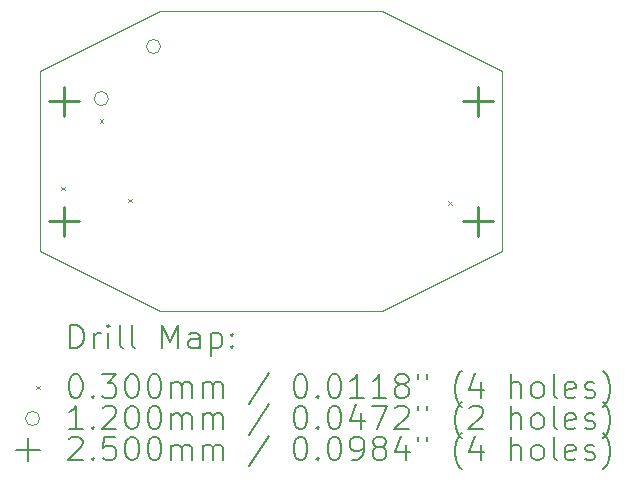
<source format=gbr>
%FSLAX45Y45*%
G04 Gerber Fmt 4.5, Leading zero omitted, Abs format (unit mm)*
G04 Created by KiCad (PCBNEW (6.0.0)) date 2022-05-29 15:36:29*
%MOMM*%
%LPD*%
G01*
G04 APERTURE LIST*
%TA.AperFunction,Profile*%
%ADD10C,0.038100*%
%TD*%
%ADD11C,0.200000*%
%ADD12C,0.030000*%
%ADD13C,0.120000*%
%ADD14C,0.250000*%
G04 APERTURE END LIST*
D10*
X3632200Y-5384800D02*
X3632200Y-3860800D01*
X6527800Y-5892800D02*
X4648200Y-5892800D01*
X4648200Y-5892800D02*
X3632200Y-5384800D01*
X7543800Y-5384800D02*
X6527800Y-5892800D01*
X3632200Y-3860800D02*
X4648200Y-3352800D01*
X4648200Y-3352800D02*
X6527800Y-3352800D01*
X7543800Y-3860800D02*
X7543800Y-5384800D01*
X6527800Y-3352800D02*
X7543800Y-3860800D01*
D11*
D12*
X3810240Y-4836400D02*
X3840240Y-4866400D01*
X3840240Y-4836400D02*
X3810240Y-4866400D01*
X4137900Y-4264900D02*
X4167900Y-4294900D01*
X4167900Y-4264900D02*
X4137900Y-4294900D01*
X4379200Y-4938000D02*
X4409200Y-4968000D01*
X4409200Y-4938000D02*
X4379200Y-4968000D01*
X7089380Y-4958320D02*
X7119380Y-4988320D01*
X7119380Y-4958320D02*
X7089380Y-4988320D01*
D13*
X4211690Y-4090610D02*
G75*
G03*
X4211690Y-4090610I-60000J0D01*
G01*
X4653632Y-3648668D02*
G75*
G03*
X4653632Y-3648668I-60000J0D01*
G01*
D14*
X3835400Y-3989800D02*
X3835400Y-4239800D01*
X3710400Y-4114800D02*
X3960400Y-4114800D01*
X3835400Y-5005800D02*
X3835400Y-5255800D01*
X3710400Y-5130800D02*
X3960400Y-5130800D01*
X7340600Y-3989800D02*
X7340600Y-4239800D01*
X7215600Y-4114800D02*
X7465600Y-4114800D01*
X7340600Y-5005800D02*
X7340600Y-5255800D01*
X7215600Y-5130800D02*
X7465600Y-5130800D01*
D11*
X3887914Y-6205181D02*
X3887914Y-6005181D01*
X3935533Y-6005181D01*
X3964104Y-6014705D01*
X3983152Y-6033753D01*
X3992676Y-6052800D01*
X4002200Y-6090895D01*
X4002200Y-6119467D01*
X3992676Y-6157562D01*
X3983152Y-6176610D01*
X3964104Y-6195657D01*
X3935533Y-6205181D01*
X3887914Y-6205181D01*
X4087914Y-6205181D02*
X4087914Y-6071848D01*
X4087914Y-6109943D02*
X4097438Y-6090895D01*
X4106962Y-6081372D01*
X4126009Y-6071848D01*
X4145057Y-6071848D01*
X4211724Y-6205181D02*
X4211724Y-6071848D01*
X4211724Y-6005181D02*
X4202200Y-6014705D01*
X4211724Y-6024229D01*
X4221247Y-6014705D01*
X4211724Y-6005181D01*
X4211724Y-6024229D01*
X4335533Y-6205181D02*
X4316485Y-6195657D01*
X4306962Y-6176610D01*
X4306962Y-6005181D01*
X4440295Y-6205181D02*
X4421247Y-6195657D01*
X4411724Y-6176610D01*
X4411724Y-6005181D01*
X4668866Y-6205181D02*
X4668866Y-6005181D01*
X4735533Y-6148038D01*
X4802200Y-6005181D01*
X4802200Y-6205181D01*
X4983152Y-6205181D02*
X4983152Y-6100419D01*
X4973628Y-6081372D01*
X4954581Y-6071848D01*
X4916485Y-6071848D01*
X4897438Y-6081372D01*
X4983152Y-6195657D02*
X4964105Y-6205181D01*
X4916485Y-6205181D01*
X4897438Y-6195657D01*
X4887914Y-6176610D01*
X4887914Y-6157562D01*
X4897438Y-6138514D01*
X4916485Y-6128991D01*
X4964105Y-6128991D01*
X4983152Y-6119467D01*
X5078390Y-6071848D02*
X5078390Y-6271848D01*
X5078390Y-6081372D02*
X5097438Y-6071848D01*
X5135533Y-6071848D01*
X5154581Y-6081372D01*
X5164105Y-6090895D01*
X5173628Y-6109943D01*
X5173628Y-6167086D01*
X5164105Y-6186133D01*
X5154581Y-6195657D01*
X5135533Y-6205181D01*
X5097438Y-6205181D01*
X5078390Y-6195657D01*
X5259343Y-6186133D02*
X5268866Y-6195657D01*
X5259343Y-6205181D01*
X5249819Y-6195657D01*
X5259343Y-6186133D01*
X5259343Y-6205181D01*
X5259343Y-6081372D02*
X5268866Y-6090895D01*
X5259343Y-6100419D01*
X5249819Y-6090895D01*
X5259343Y-6081372D01*
X5259343Y-6100419D01*
D12*
X3600295Y-6519705D02*
X3630295Y-6549705D01*
X3630295Y-6519705D02*
X3600295Y-6549705D01*
D11*
X3926009Y-6425181D02*
X3945057Y-6425181D01*
X3964104Y-6434705D01*
X3973628Y-6444229D01*
X3983152Y-6463276D01*
X3992676Y-6501372D01*
X3992676Y-6548991D01*
X3983152Y-6587086D01*
X3973628Y-6606133D01*
X3964104Y-6615657D01*
X3945057Y-6625181D01*
X3926009Y-6625181D01*
X3906962Y-6615657D01*
X3897438Y-6606133D01*
X3887914Y-6587086D01*
X3878390Y-6548991D01*
X3878390Y-6501372D01*
X3887914Y-6463276D01*
X3897438Y-6444229D01*
X3906962Y-6434705D01*
X3926009Y-6425181D01*
X4078390Y-6606133D02*
X4087914Y-6615657D01*
X4078390Y-6625181D01*
X4068866Y-6615657D01*
X4078390Y-6606133D01*
X4078390Y-6625181D01*
X4154581Y-6425181D02*
X4278390Y-6425181D01*
X4211724Y-6501372D01*
X4240295Y-6501372D01*
X4259343Y-6510895D01*
X4268866Y-6520419D01*
X4278390Y-6539467D01*
X4278390Y-6587086D01*
X4268866Y-6606133D01*
X4259343Y-6615657D01*
X4240295Y-6625181D01*
X4183152Y-6625181D01*
X4164104Y-6615657D01*
X4154581Y-6606133D01*
X4402200Y-6425181D02*
X4421247Y-6425181D01*
X4440295Y-6434705D01*
X4449819Y-6444229D01*
X4459343Y-6463276D01*
X4468866Y-6501372D01*
X4468866Y-6548991D01*
X4459343Y-6587086D01*
X4449819Y-6606133D01*
X4440295Y-6615657D01*
X4421247Y-6625181D01*
X4402200Y-6625181D01*
X4383152Y-6615657D01*
X4373628Y-6606133D01*
X4364105Y-6587086D01*
X4354581Y-6548991D01*
X4354581Y-6501372D01*
X4364105Y-6463276D01*
X4373628Y-6444229D01*
X4383152Y-6434705D01*
X4402200Y-6425181D01*
X4592676Y-6425181D02*
X4611724Y-6425181D01*
X4630771Y-6434705D01*
X4640295Y-6444229D01*
X4649819Y-6463276D01*
X4659343Y-6501372D01*
X4659343Y-6548991D01*
X4649819Y-6587086D01*
X4640295Y-6606133D01*
X4630771Y-6615657D01*
X4611724Y-6625181D01*
X4592676Y-6625181D01*
X4573628Y-6615657D01*
X4564105Y-6606133D01*
X4554581Y-6587086D01*
X4545057Y-6548991D01*
X4545057Y-6501372D01*
X4554581Y-6463276D01*
X4564105Y-6444229D01*
X4573628Y-6434705D01*
X4592676Y-6425181D01*
X4745057Y-6625181D02*
X4745057Y-6491848D01*
X4745057Y-6510895D02*
X4754581Y-6501372D01*
X4773628Y-6491848D01*
X4802200Y-6491848D01*
X4821247Y-6501372D01*
X4830771Y-6520419D01*
X4830771Y-6625181D01*
X4830771Y-6520419D02*
X4840295Y-6501372D01*
X4859343Y-6491848D01*
X4887914Y-6491848D01*
X4906962Y-6501372D01*
X4916485Y-6520419D01*
X4916485Y-6625181D01*
X5011724Y-6625181D02*
X5011724Y-6491848D01*
X5011724Y-6510895D02*
X5021247Y-6501372D01*
X5040295Y-6491848D01*
X5068866Y-6491848D01*
X5087914Y-6501372D01*
X5097438Y-6520419D01*
X5097438Y-6625181D01*
X5097438Y-6520419D02*
X5106962Y-6501372D01*
X5126009Y-6491848D01*
X5154581Y-6491848D01*
X5173628Y-6501372D01*
X5183152Y-6520419D01*
X5183152Y-6625181D01*
X5573628Y-6415657D02*
X5402200Y-6672800D01*
X5830771Y-6425181D02*
X5849819Y-6425181D01*
X5868866Y-6434705D01*
X5878390Y-6444229D01*
X5887914Y-6463276D01*
X5897438Y-6501372D01*
X5897438Y-6548991D01*
X5887914Y-6587086D01*
X5878390Y-6606133D01*
X5868866Y-6615657D01*
X5849819Y-6625181D01*
X5830771Y-6625181D01*
X5811723Y-6615657D01*
X5802200Y-6606133D01*
X5792676Y-6587086D01*
X5783152Y-6548991D01*
X5783152Y-6501372D01*
X5792676Y-6463276D01*
X5802200Y-6444229D01*
X5811723Y-6434705D01*
X5830771Y-6425181D01*
X5983152Y-6606133D02*
X5992676Y-6615657D01*
X5983152Y-6625181D01*
X5973628Y-6615657D01*
X5983152Y-6606133D01*
X5983152Y-6625181D01*
X6116485Y-6425181D02*
X6135533Y-6425181D01*
X6154581Y-6434705D01*
X6164104Y-6444229D01*
X6173628Y-6463276D01*
X6183152Y-6501372D01*
X6183152Y-6548991D01*
X6173628Y-6587086D01*
X6164104Y-6606133D01*
X6154581Y-6615657D01*
X6135533Y-6625181D01*
X6116485Y-6625181D01*
X6097438Y-6615657D01*
X6087914Y-6606133D01*
X6078390Y-6587086D01*
X6068866Y-6548991D01*
X6068866Y-6501372D01*
X6078390Y-6463276D01*
X6087914Y-6444229D01*
X6097438Y-6434705D01*
X6116485Y-6425181D01*
X6373628Y-6625181D02*
X6259343Y-6625181D01*
X6316485Y-6625181D02*
X6316485Y-6425181D01*
X6297438Y-6453753D01*
X6278390Y-6472800D01*
X6259343Y-6482324D01*
X6564104Y-6625181D02*
X6449819Y-6625181D01*
X6506962Y-6625181D02*
X6506962Y-6425181D01*
X6487914Y-6453753D01*
X6468866Y-6472800D01*
X6449819Y-6482324D01*
X6678390Y-6510895D02*
X6659343Y-6501372D01*
X6649819Y-6491848D01*
X6640295Y-6472800D01*
X6640295Y-6463276D01*
X6649819Y-6444229D01*
X6659343Y-6434705D01*
X6678390Y-6425181D01*
X6716485Y-6425181D01*
X6735533Y-6434705D01*
X6745057Y-6444229D01*
X6754581Y-6463276D01*
X6754581Y-6472800D01*
X6745057Y-6491848D01*
X6735533Y-6501372D01*
X6716485Y-6510895D01*
X6678390Y-6510895D01*
X6659343Y-6520419D01*
X6649819Y-6529943D01*
X6640295Y-6548991D01*
X6640295Y-6587086D01*
X6649819Y-6606133D01*
X6659343Y-6615657D01*
X6678390Y-6625181D01*
X6716485Y-6625181D01*
X6735533Y-6615657D01*
X6745057Y-6606133D01*
X6754581Y-6587086D01*
X6754581Y-6548991D01*
X6745057Y-6529943D01*
X6735533Y-6520419D01*
X6716485Y-6510895D01*
X6830771Y-6425181D02*
X6830771Y-6463276D01*
X6906962Y-6425181D02*
X6906962Y-6463276D01*
X7202200Y-6701372D02*
X7192676Y-6691848D01*
X7173628Y-6663276D01*
X7164104Y-6644229D01*
X7154581Y-6615657D01*
X7145057Y-6568038D01*
X7145057Y-6529943D01*
X7154581Y-6482324D01*
X7164104Y-6453753D01*
X7173628Y-6434705D01*
X7192676Y-6406133D01*
X7202200Y-6396610D01*
X7364104Y-6491848D02*
X7364104Y-6625181D01*
X7316485Y-6415657D02*
X7268866Y-6558514D01*
X7392676Y-6558514D01*
X7621247Y-6625181D02*
X7621247Y-6425181D01*
X7706962Y-6625181D02*
X7706962Y-6520419D01*
X7697438Y-6501372D01*
X7678390Y-6491848D01*
X7649819Y-6491848D01*
X7630771Y-6501372D01*
X7621247Y-6510895D01*
X7830771Y-6625181D02*
X7811723Y-6615657D01*
X7802200Y-6606133D01*
X7792676Y-6587086D01*
X7792676Y-6529943D01*
X7802200Y-6510895D01*
X7811723Y-6501372D01*
X7830771Y-6491848D01*
X7859343Y-6491848D01*
X7878390Y-6501372D01*
X7887914Y-6510895D01*
X7897438Y-6529943D01*
X7897438Y-6587086D01*
X7887914Y-6606133D01*
X7878390Y-6615657D01*
X7859343Y-6625181D01*
X7830771Y-6625181D01*
X8011723Y-6625181D02*
X7992676Y-6615657D01*
X7983152Y-6596610D01*
X7983152Y-6425181D01*
X8164104Y-6615657D02*
X8145057Y-6625181D01*
X8106962Y-6625181D01*
X8087914Y-6615657D01*
X8078390Y-6596610D01*
X8078390Y-6520419D01*
X8087914Y-6501372D01*
X8106962Y-6491848D01*
X8145057Y-6491848D01*
X8164104Y-6501372D01*
X8173628Y-6520419D01*
X8173628Y-6539467D01*
X8078390Y-6558514D01*
X8249819Y-6615657D02*
X8268866Y-6625181D01*
X8306962Y-6625181D01*
X8326009Y-6615657D01*
X8335533Y-6596610D01*
X8335533Y-6587086D01*
X8326009Y-6568038D01*
X8306962Y-6558514D01*
X8278390Y-6558514D01*
X8259343Y-6548991D01*
X8249819Y-6529943D01*
X8249819Y-6520419D01*
X8259343Y-6501372D01*
X8278390Y-6491848D01*
X8306962Y-6491848D01*
X8326009Y-6501372D01*
X8402200Y-6701372D02*
X8411724Y-6691848D01*
X8430771Y-6663276D01*
X8440295Y-6644229D01*
X8449819Y-6615657D01*
X8459343Y-6568038D01*
X8459343Y-6529943D01*
X8449819Y-6482324D01*
X8440295Y-6453753D01*
X8430771Y-6434705D01*
X8411724Y-6406133D01*
X8402200Y-6396610D01*
D13*
X3630295Y-6798705D02*
G75*
G03*
X3630295Y-6798705I-60000J0D01*
G01*
D11*
X3992676Y-6889181D02*
X3878390Y-6889181D01*
X3935533Y-6889181D02*
X3935533Y-6689181D01*
X3916485Y-6717753D01*
X3897438Y-6736800D01*
X3878390Y-6746324D01*
X4078390Y-6870133D02*
X4087914Y-6879657D01*
X4078390Y-6889181D01*
X4068866Y-6879657D01*
X4078390Y-6870133D01*
X4078390Y-6889181D01*
X4164104Y-6708229D02*
X4173628Y-6698705D01*
X4192676Y-6689181D01*
X4240295Y-6689181D01*
X4259343Y-6698705D01*
X4268866Y-6708229D01*
X4278390Y-6727276D01*
X4278390Y-6746324D01*
X4268866Y-6774895D01*
X4154581Y-6889181D01*
X4278390Y-6889181D01*
X4402200Y-6689181D02*
X4421247Y-6689181D01*
X4440295Y-6698705D01*
X4449819Y-6708229D01*
X4459343Y-6727276D01*
X4468866Y-6765372D01*
X4468866Y-6812991D01*
X4459343Y-6851086D01*
X4449819Y-6870133D01*
X4440295Y-6879657D01*
X4421247Y-6889181D01*
X4402200Y-6889181D01*
X4383152Y-6879657D01*
X4373628Y-6870133D01*
X4364105Y-6851086D01*
X4354581Y-6812991D01*
X4354581Y-6765372D01*
X4364105Y-6727276D01*
X4373628Y-6708229D01*
X4383152Y-6698705D01*
X4402200Y-6689181D01*
X4592676Y-6689181D02*
X4611724Y-6689181D01*
X4630771Y-6698705D01*
X4640295Y-6708229D01*
X4649819Y-6727276D01*
X4659343Y-6765372D01*
X4659343Y-6812991D01*
X4649819Y-6851086D01*
X4640295Y-6870133D01*
X4630771Y-6879657D01*
X4611724Y-6889181D01*
X4592676Y-6889181D01*
X4573628Y-6879657D01*
X4564105Y-6870133D01*
X4554581Y-6851086D01*
X4545057Y-6812991D01*
X4545057Y-6765372D01*
X4554581Y-6727276D01*
X4564105Y-6708229D01*
X4573628Y-6698705D01*
X4592676Y-6689181D01*
X4745057Y-6889181D02*
X4745057Y-6755848D01*
X4745057Y-6774895D02*
X4754581Y-6765372D01*
X4773628Y-6755848D01*
X4802200Y-6755848D01*
X4821247Y-6765372D01*
X4830771Y-6784419D01*
X4830771Y-6889181D01*
X4830771Y-6784419D02*
X4840295Y-6765372D01*
X4859343Y-6755848D01*
X4887914Y-6755848D01*
X4906962Y-6765372D01*
X4916485Y-6784419D01*
X4916485Y-6889181D01*
X5011724Y-6889181D02*
X5011724Y-6755848D01*
X5011724Y-6774895D02*
X5021247Y-6765372D01*
X5040295Y-6755848D01*
X5068866Y-6755848D01*
X5087914Y-6765372D01*
X5097438Y-6784419D01*
X5097438Y-6889181D01*
X5097438Y-6784419D02*
X5106962Y-6765372D01*
X5126009Y-6755848D01*
X5154581Y-6755848D01*
X5173628Y-6765372D01*
X5183152Y-6784419D01*
X5183152Y-6889181D01*
X5573628Y-6679657D02*
X5402200Y-6936800D01*
X5830771Y-6689181D02*
X5849819Y-6689181D01*
X5868866Y-6698705D01*
X5878390Y-6708229D01*
X5887914Y-6727276D01*
X5897438Y-6765372D01*
X5897438Y-6812991D01*
X5887914Y-6851086D01*
X5878390Y-6870133D01*
X5868866Y-6879657D01*
X5849819Y-6889181D01*
X5830771Y-6889181D01*
X5811723Y-6879657D01*
X5802200Y-6870133D01*
X5792676Y-6851086D01*
X5783152Y-6812991D01*
X5783152Y-6765372D01*
X5792676Y-6727276D01*
X5802200Y-6708229D01*
X5811723Y-6698705D01*
X5830771Y-6689181D01*
X5983152Y-6870133D02*
X5992676Y-6879657D01*
X5983152Y-6889181D01*
X5973628Y-6879657D01*
X5983152Y-6870133D01*
X5983152Y-6889181D01*
X6116485Y-6689181D02*
X6135533Y-6689181D01*
X6154581Y-6698705D01*
X6164104Y-6708229D01*
X6173628Y-6727276D01*
X6183152Y-6765372D01*
X6183152Y-6812991D01*
X6173628Y-6851086D01*
X6164104Y-6870133D01*
X6154581Y-6879657D01*
X6135533Y-6889181D01*
X6116485Y-6889181D01*
X6097438Y-6879657D01*
X6087914Y-6870133D01*
X6078390Y-6851086D01*
X6068866Y-6812991D01*
X6068866Y-6765372D01*
X6078390Y-6727276D01*
X6087914Y-6708229D01*
X6097438Y-6698705D01*
X6116485Y-6689181D01*
X6354581Y-6755848D02*
X6354581Y-6889181D01*
X6306962Y-6679657D02*
X6259343Y-6822514D01*
X6383152Y-6822514D01*
X6440295Y-6689181D02*
X6573628Y-6689181D01*
X6487914Y-6889181D01*
X6640295Y-6708229D02*
X6649819Y-6698705D01*
X6668866Y-6689181D01*
X6716485Y-6689181D01*
X6735533Y-6698705D01*
X6745057Y-6708229D01*
X6754581Y-6727276D01*
X6754581Y-6746324D01*
X6745057Y-6774895D01*
X6630771Y-6889181D01*
X6754581Y-6889181D01*
X6830771Y-6689181D02*
X6830771Y-6727276D01*
X6906962Y-6689181D02*
X6906962Y-6727276D01*
X7202200Y-6965372D02*
X7192676Y-6955848D01*
X7173628Y-6927276D01*
X7164104Y-6908229D01*
X7154581Y-6879657D01*
X7145057Y-6832038D01*
X7145057Y-6793943D01*
X7154581Y-6746324D01*
X7164104Y-6717753D01*
X7173628Y-6698705D01*
X7192676Y-6670133D01*
X7202200Y-6660610D01*
X7268866Y-6708229D02*
X7278390Y-6698705D01*
X7297438Y-6689181D01*
X7345057Y-6689181D01*
X7364104Y-6698705D01*
X7373628Y-6708229D01*
X7383152Y-6727276D01*
X7383152Y-6746324D01*
X7373628Y-6774895D01*
X7259343Y-6889181D01*
X7383152Y-6889181D01*
X7621247Y-6889181D02*
X7621247Y-6689181D01*
X7706962Y-6889181D02*
X7706962Y-6784419D01*
X7697438Y-6765372D01*
X7678390Y-6755848D01*
X7649819Y-6755848D01*
X7630771Y-6765372D01*
X7621247Y-6774895D01*
X7830771Y-6889181D02*
X7811723Y-6879657D01*
X7802200Y-6870133D01*
X7792676Y-6851086D01*
X7792676Y-6793943D01*
X7802200Y-6774895D01*
X7811723Y-6765372D01*
X7830771Y-6755848D01*
X7859343Y-6755848D01*
X7878390Y-6765372D01*
X7887914Y-6774895D01*
X7897438Y-6793943D01*
X7897438Y-6851086D01*
X7887914Y-6870133D01*
X7878390Y-6879657D01*
X7859343Y-6889181D01*
X7830771Y-6889181D01*
X8011723Y-6889181D02*
X7992676Y-6879657D01*
X7983152Y-6860610D01*
X7983152Y-6689181D01*
X8164104Y-6879657D02*
X8145057Y-6889181D01*
X8106962Y-6889181D01*
X8087914Y-6879657D01*
X8078390Y-6860610D01*
X8078390Y-6784419D01*
X8087914Y-6765372D01*
X8106962Y-6755848D01*
X8145057Y-6755848D01*
X8164104Y-6765372D01*
X8173628Y-6784419D01*
X8173628Y-6803467D01*
X8078390Y-6822514D01*
X8249819Y-6879657D02*
X8268866Y-6889181D01*
X8306962Y-6889181D01*
X8326009Y-6879657D01*
X8335533Y-6860610D01*
X8335533Y-6851086D01*
X8326009Y-6832038D01*
X8306962Y-6822514D01*
X8278390Y-6822514D01*
X8259343Y-6812991D01*
X8249819Y-6793943D01*
X8249819Y-6784419D01*
X8259343Y-6765372D01*
X8278390Y-6755848D01*
X8306962Y-6755848D01*
X8326009Y-6765372D01*
X8402200Y-6965372D02*
X8411724Y-6955848D01*
X8430771Y-6927276D01*
X8440295Y-6908229D01*
X8449819Y-6879657D01*
X8459343Y-6832038D01*
X8459343Y-6793943D01*
X8449819Y-6746324D01*
X8440295Y-6717753D01*
X8430771Y-6698705D01*
X8411724Y-6670133D01*
X8402200Y-6660610D01*
X3530295Y-6962705D02*
X3530295Y-7162705D01*
X3430295Y-7062705D02*
X3630295Y-7062705D01*
X3878390Y-6972229D02*
X3887914Y-6962705D01*
X3906962Y-6953181D01*
X3954581Y-6953181D01*
X3973628Y-6962705D01*
X3983152Y-6972229D01*
X3992676Y-6991276D01*
X3992676Y-7010324D01*
X3983152Y-7038895D01*
X3868866Y-7153181D01*
X3992676Y-7153181D01*
X4078390Y-7134133D02*
X4087914Y-7143657D01*
X4078390Y-7153181D01*
X4068866Y-7143657D01*
X4078390Y-7134133D01*
X4078390Y-7153181D01*
X4268866Y-6953181D02*
X4173628Y-6953181D01*
X4164104Y-7048419D01*
X4173628Y-7038895D01*
X4192676Y-7029372D01*
X4240295Y-7029372D01*
X4259343Y-7038895D01*
X4268866Y-7048419D01*
X4278390Y-7067467D01*
X4278390Y-7115086D01*
X4268866Y-7134133D01*
X4259343Y-7143657D01*
X4240295Y-7153181D01*
X4192676Y-7153181D01*
X4173628Y-7143657D01*
X4164104Y-7134133D01*
X4402200Y-6953181D02*
X4421247Y-6953181D01*
X4440295Y-6962705D01*
X4449819Y-6972229D01*
X4459343Y-6991276D01*
X4468866Y-7029372D01*
X4468866Y-7076991D01*
X4459343Y-7115086D01*
X4449819Y-7134133D01*
X4440295Y-7143657D01*
X4421247Y-7153181D01*
X4402200Y-7153181D01*
X4383152Y-7143657D01*
X4373628Y-7134133D01*
X4364105Y-7115086D01*
X4354581Y-7076991D01*
X4354581Y-7029372D01*
X4364105Y-6991276D01*
X4373628Y-6972229D01*
X4383152Y-6962705D01*
X4402200Y-6953181D01*
X4592676Y-6953181D02*
X4611724Y-6953181D01*
X4630771Y-6962705D01*
X4640295Y-6972229D01*
X4649819Y-6991276D01*
X4659343Y-7029372D01*
X4659343Y-7076991D01*
X4649819Y-7115086D01*
X4640295Y-7134133D01*
X4630771Y-7143657D01*
X4611724Y-7153181D01*
X4592676Y-7153181D01*
X4573628Y-7143657D01*
X4564105Y-7134133D01*
X4554581Y-7115086D01*
X4545057Y-7076991D01*
X4545057Y-7029372D01*
X4554581Y-6991276D01*
X4564105Y-6972229D01*
X4573628Y-6962705D01*
X4592676Y-6953181D01*
X4745057Y-7153181D02*
X4745057Y-7019848D01*
X4745057Y-7038895D02*
X4754581Y-7029372D01*
X4773628Y-7019848D01*
X4802200Y-7019848D01*
X4821247Y-7029372D01*
X4830771Y-7048419D01*
X4830771Y-7153181D01*
X4830771Y-7048419D02*
X4840295Y-7029372D01*
X4859343Y-7019848D01*
X4887914Y-7019848D01*
X4906962Y-7029372D01*
X4916485Y-7048419D01*
X4916485Y-7153181D01*
X5011724Y-7153181D02*
X5011724Y-7019848D01*
X5011724Y-7038895D02*
X5021247Y-7029372D01*
X5040295Y-7019848D01*
X5068866Y-7019848D01*
X5087914Y-7029372D01*
X5097438Y-7048419D01*
X5097438Y-7153181D01*
X5097438Y-7048419D02*
X5106962Y-7029372D01*
X5126009Y-7019848D01*
X5154581Y-7019848D01*
X5173628Y-7029372D01*
X5183152Y-7048419D01*
X5183152Y-7153181D01*
X5573628Y-6943657D02*
X5402200Y-7200800D01*
X5830771Y-6953181D02*
X5849819Y-6953181D01*
X5868866Y-6962705D01*
X5878390Y-6972229D01*
X5887914Y-6991276D01*
X5897438Y-7029372D01*
X5897438Y-7076991D01*
X5887914Y-7115086D01*
X5878390Y-7134133D01*
X5868866Y-7143657D01*
X5849819Y-7153181D01*
X5830771Y-7153181D01*
X5811723Y-7143657D01*
X5802200Y-7134133D01*
X5792676Y-7115086D01*
X5783152Y-7076991D01*
X5783152Y-7029372D01*
X5792676Y-6991276D01*
X5802200Y-6972229D01*
X5811723Y-6962705D01*
X5830771Y-6953181D01*
X5983152Y-7134133D02*
X5992676Y-7143657D01*
X5983152Y-7153181D01*
X5973628Y-7143657D01*
X5983152Y-7134133D01*
X5983152Y-7153181D01*
X6116485Y-6953181D02*
X6135533Y-6953181D01*
X6154581Y-6962705D01*
X6164104Y-6972229D01*
X6173628Y-6991276D01*
X6183152Y-7029372D01*
X6183152Y-7076991D01*
X6173628Y-7115086D01*
X6164104Y-7134133D01*
X6154581Y-7143657D01*
X6135533Y-7153181D01*
X6116485Y-7153181D01*
X6097438Y-7143657D01*
X6087914Y-7134133D01*
X6078390Y-7115086D01*
X6068866Y-7076991D01*
X6068866Y-7029372D01*
X6078390Y-6991276D01*
X6087914Y-6972229D01*
X6097438Y-6962705D01*
X6116485Y-6953181D01*
X6278390Y-7153181D02*
X6316485Y-7153181D01*
X6335533Y-7143657D01*
X6345057Y-7134133D01*
X6364104Y-7105562D01*
X6373628Y-7067467D01*
X6373628Y-6991276D01*
X6364104Y-6972229D01*
X6354581Y-6962705D01*
X6335533Y-6953181D01*
X6297438Y-6953181D01*
X6278390Y-6962705D01*
X6268866Y-6972229D01*
X6259343Y-6991276D01*
X6259343Y-7038895D01*
X6268866Y-7057943D01*
X6278390Y-7067467D01*
X6297438Y-7076991D01*
X6335533Y-7076991D01*
X6354581Y-7067467D01*
X6364104Y-7057943D01*
X6373628Y-7038895D01*
X6487914Y-7038895D02*
X6468866Y-7029372D01*
X6459343Y-7019848D01*
X6449819Y-7000800D01*
X6449819Y-6991276D01*
X6459343Y-6972229D01*
X6468866Y-6962705D01*
X6487914Y-6953181D01*
X6526009Y-6953181D01*
X6545057Y-6962705D01*
X6554581Y-6972229D01*
X6564104Y-6991276D01*
X6564104Y-7000800D01*
X6554581Y-7019848D01*
X6545057Y-7029372D01*
X6526009Y-7038895D01*
X6487914Y-7038895D01*
X6468866Y-7048419D01*
X6459343Y-7057943D01*
X6449819Y-7076991D01*
X6449819Y-7115086D01*
X6459343Y-7134133D01*
X6468866Y-7143657D01*
X6487914Y-7153181D01*
X6526009Y-7153181D01*
X6545057Y-7143657D01*
X6554581Y-7134133D01*
X6564104Y-7115086D01*
X6564104Y-7076991D01*
X6554581Y-7057943D01*
X6545057Y-7048419D01*
X6526009Y-7038895D01*
X6735533Y-7019848D02*
X6735533Y-7153181D01*
X6687914Y-6943657D02*
X6640295Y-7086514D01*
X6764104Y-7086514D01*
X6830771Y-6953181D02*
X6830771Y-6991276D01*
X6906962Y-6953181D02*
X6906962Y-6991276D01*
X7202200Y-7229372D02*
X7192676Y-7219848D01*
X7173628Y-7191276D01*
X7164104Y-7172229D01*
X7154581Y-7143657D01*
X7145057Y-7096038D01*
X7145057Y-7057943D01*
X7154581Y-7010324D01*
X7164104Y-6981753D01*
X7173628Y-6962705D01*
X7192676Y-6934133D01*
X7202200Y-6924610D01*
X7364104Y-7019848D02*
X7364104Y-7153181D01*
X7316485Y-6943657D02*
X7268866Y-7086514D01*
X7392676Y-7086514D01*
X7621247Y-7153181D02*
X7621247Y-6953181D01*
X7706962Y-7153181D02*
X7706962Y-7048419D01*
X7697438Y-7029372D01*
X7678390Y-7019848D01*
X7649819Y-7019848D01*
X7630771Y-7029372D01*
X7621247Y-7038895D01*
X7830771Y-7153181D02*
X7811723Y-7143657D01*
X7802200Y-7134133D01*
X7792676Y-7115086D01*
X7792676Y-7057943D01*
X7802200Y-7038895D01*
X7811723Y-7029372D01*
X7830771Y-7019848D01*
X7859343Y-7019848D01*
X7878390Y-7029372D01*
X7887914Y-7038895D01*
X7897438Y-7057943D01*
X7897438Y-7115086D01*
X7887914Y-7134133D01*
X7878390Y-7143657D01*
X7859343Y-7153181D01*
X7830771Y-7153181D01*
X8011723Y-7153181D02*
X7992676Y-7143657D01*
X7983152Y-7124610D01*
X7983152Y-6953181D01*
X8164104Y-7143657D02*
X8145057Y-7153181D01*
X8106962Y-7153181D01*
X8087914Y-7143657D01*
X8078390Y-7124610D01*
X8078390Y-7048419D01*
X8087914Y-7029372D01*
X8106962Y-7019848D01*
X8145057Y-7019848D01*
X8164104Y-7029372D01*
X8173628Y-7048419D01*
X8173628Y-7067467D01*
X8078390Y-7086514D01*
X8249819Y-7143657D02*
X8268866Y-7153181D01*
X8306962Y-7153181D01*
X8326009Y-7143657D01*
X8335533Y-7124610D01*
X8335533Y-7115086D01*
X8326009Y-7096038D01*
X8306962Y-7086514D01*
X8278390Y-7086514D01*
X8259343Y-7076991D01*
X8249819Y-7057943D01*
X8249819Y-7048419D01*
X8259343Y-7029372D01*
X8278390Y-7019848D01*
X8306962Y-7019848D01*
X8326009Y-7029372D01*
X8402200Y-7229372D02*
X8411724Y-7219848D01*
X8430771Y-7191276D01*
X8440295Y-7172229D01*
X8449819Y-7143657D01*
X8459343Y-7096038D01*
X8459343Y-7057943D01*
X8449819Y-7010324D01*
X8440295Y-6981753D01*
X8430771Y-6962705D01*
X8411724Y-6934133D01*
X8402200Y-6924610D01*
M02*

</source>
